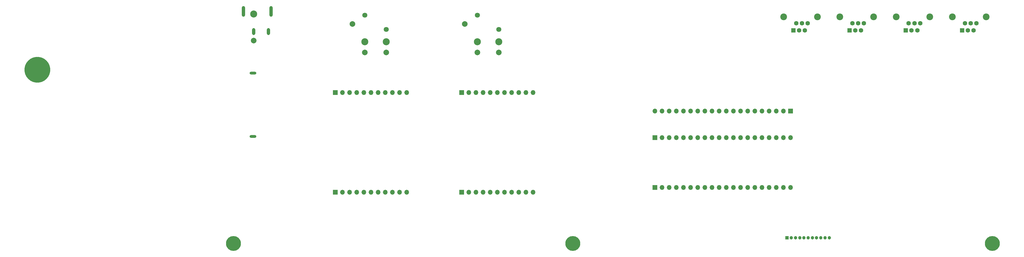
<source format=gbr>
%TF.GenerationSoftware,KiCad,Pcbnew,(5.1.10)-1*%
%TF.CreationDate,2022-05-27T13:17:46-06:00*%
%TF.ProjectId,Lift_02,4c696674-5f30-4322-9e6b-696361645f70,rev?*%
%TF.SameCoordinates,Original*%
%TF.FileFunction,Soldermask,Bot*%
%TF.FilePolarity,Negative*%
%FSLAX46Y46*%
G04 Gerber Fmt 4.6, Leading zero omitted, Abs format (unit mm)*
G04 Created by KiCad (PCBNEW (5.1.10)-1) date 2022-05-27 13:17:46*
%MOMM*%
%LPD*%
G01*
G04 APERTURE LIST*
%ADD10R,1.200000X1.200000*%
%ADD11C,1.200000*%
%ADD12O,1.700000X1.700000*%
%ADD13R,1.700000X1.700000*%
%ADD14C,5.300000*%
%ADD15C,9.200000*%
%ADD16C,1.800000*%
%ADD17C,2.000000*%
%ADD18C,2.500000*%
%ADD19C,2.400000*%
%ADD20C,1.600000*%
%ADD21R,1.600000X1.600000*%
%ADD22O,2.400000X1.000000*%
%ADD23O,1.200000X3.800000*%
%ADD24O,1.200000X2.500000*%
G04 APERTURE END LIST*
D10*
%TO.C,J7*%
X297000000Y-83000000D03*
D11*
X298500000Y-83000000D03*
X300000000Y-83000000D03*
X301500000Y-83000000D03*
X303000000Y-83000000D03*
X304500000Y-83000000D03*
X306000000Y-83000000D03*
X307500000Y-83000000D03*
X309000000Y-83000000D03*
X310500000Y-83000000D03*
X312000000Y-83000000D03*
%TD*%
D12*
%TO.C,J14*%
X206650000Y-31190000D03*
X204110000Y-31190000D03*
X201570000Y-31190000D03*
X199030000Y-31190000D03*
X196490000Y-31190000D03*
X193950000Y-31190000D03*
X191410000Y-31190000D03*
X188870000Y-31190000D03*
X186330000Y-31190000D03*
X183790000Y-31190000D03*
D13*
X181250000Y-31190000D03*
%TD*%
D12*
%TO.C,J13*%
X206650000Y-66750000D03*
X204110000Y-66750000D03*
X201570000Y-66750000D03*
X199030000Y-66750000D03*
X196490000Y-66750000D03*
X193950000Y-66750000D03*
X191410000Y-66750000D03*
X188870000Y-66750000D03*
X186330000Y-66750000D03*
X183790000Y-66750000D03*
D13*
X181250000Y-66750000D03*
%TD*%
D12*
%TO.C,J10*%
X161650000Y-31190000D03*
X159110000Y-31190000D03*
X156570000Y-31190000D03*
X154030000Y-31190000D03*
X151490000Y-31190000D03*
X148950000Y-31190000D03*
X146410000Y-31190000D03*
X143870000Y-31190000D03*
X141330000Y-31190000D03*
X138790000Y-31190000D03*
D13*
X136250000Y-31190000D03*
%TD*%
D12*
%TO.C,J8*%
X161650000Y-66750000D03*
X159110000Y-66750000D03*
X156570000Y-66750000D03*
X154030000Y-66750000D03*
X151490000Y-66750000D03*
X148950000Y-66750000D03*
X146410000Y-66750000D03*
X143870000Y-66750000D03*
X141330000Y-66750000D03*
X138790000Y-66750000D03*
D13*
X136250000Y-66750000D03*
%TD*%
D14*
%TO.C,MH4*%
X100000000Y-85000000D03*
%TD*%
%TO.C,MH3*%
X220750000Y-85000000D03*
%TD*%
%TO.C,MH2*%
X370000000Y-85000000D03*
%TD*%
D15*
%TO.C,MH1*%
X30250000Y-23000000D03*
%TD*%
D16*
%TO.C,PS2*%
X194430000Y-8625000D03*
X186810000Y-3545000D03*
D17*
X182370000Y-6715000D03*
X194430000Y-16885000D03*
D18*
X194430000Y-13070000D03*
X186810000Y-13070000D03*
D17*
X186810000Y-16885000D03*
%TD*%
D16*
%TO.C,PS1*%
X154430000Y-8625000D03*
X146810000Y-3545000D03*
D17*
X142370000Y-6715000D03*
X154430000Y-16885000D03*
D18*
X154430000Y-13070000D03*
X146810000Y-13070000D03*
D17*
X146810000Y-16885000D03*
%TD*%
D12*
%TO.C,J12*%
X249990000Y-37750000D03*
X252530000Y-37750000D03*
X255070000Y-37750000D03*
X257610000Y-37750000D03*
X260150000Y-37750000D03*
X262690000Y-37750000D03*
X265230000Y-37750000D03*
X267770000Y-37750000D03*
X270310000Y-37750000D03*
X272850000Y-37750000D03*
X275390000Y-37750000D03*
X277930000Y-37750000D03*
X280470000Y-37750000D03*
X283010000Y-37750000D03*
X285550000Y-37750000D03*
X288090000Y-37750000D03*
X290630000Y-37750000D03*
X293170000Y-37750000D03*
X295710000Y-37750000D03*
D13*
X298250000Y-37750000D03*
%TD*%
D19*
%TO.C,J6*%
X367800000Y-4130000D03*
X355800000Y-4130000D03*
D20*
X362310000Y-6430000D03*
X361290000Y-8970000D03*
X360270000Y-6430000D03*
D21*
X359250000Y-8970000D03*
D20*
X364350000Y-6430000D03*
X363330000Y-8970000D03*
%TD*%
D19*
%TO.C,J5*%
X347800000Y-4130000D03*
X335800000Y-4130000D03*
D20*
X342310000Y-6430000D03*
X341290000Y-8970000D03*
X340270000Y-6430000D03*
D21*
X339250000Y-8970000D03*
D20*
X344350000Y-6430000D03*
X343330000Y-8970000D03*
%TD*%
D12*
%TO.C,J4*%
X298260000Y-47220000D03*
X295720000Y-47220000D03*
X293180000Y-47220000D03*
X290640000Y-47220000D03*
X288100000Y-47220000D03*
X285560000Y-47220000D03*
X283020000Y-47220000D03*
X280480000Y-47220000D03*
X277940000Y-47220000D03*
X275400000Y-47220000D03*
X272860000Y-47220000D03*
X270320000Y-47220000D03*
X267780000Y-47220000D03*
X265240000Y-47220000D03*
X262700000Y-47220000D03*
X260160000Y-47220000D03*
X257620000Y-47220000D03*
X255080000Y-47220000D03*
X252540000Y-47220000D03*
D13*
X250000000Y-47220000D03*
%TD*%
D12*
%TO.C,J3*%
X298260000Y-65000000D03*
X295720000Y-65000000D03*
X293180000Y-65000000D03*
X290640000Y-65000000D03*
X288100000Y-65000000D03*
X285560000Y-65000000D03*
X283020000Y-65000000D03*
X280480000Y-65000000D03*
X277940000Y-65000000D03*
X275400000Y-65000000D03*
X272860000Y-65000000D03*
X270320000Y-65000000D03*
X267780000Y-65000000D03*
X265240000Y-65000000D03*
X262700000Y-65000000D03*
X260160000Y-65000000D03*
X257620000Y-65000000D03*
X255080000Y-65000000D03*
X252540000Y-65000000D03*
D13*
X250000000Y-65000000D03*
%TD*%
D19*
%TO.C,J2*%
X327800000Y-4130000D03*
X315800000Y-4130000D03*
D20*
X322310000Y-6430000D03*
X321290000Y-8970000D03*
X320270000Y-6430000D03*
D21*
X319250000Y-8970000D03*
D20*
X324350000Y-6430000D03*
X323330000Y-8970000D03*
%TD*%
D19*
%TO.C,J1*%
X307800000Y-4130000D03*
X295800000Y-4130000D03*
D20*
X302310000Y-6430000D03*
X301290000Y-8970000D03*
X300270000Y-6430000D03*
D21*
X299250000Y-8970000D03*
D20*
X304350000Y-6430000D03*
X303330000Y-8970000D03*
%TD*%
D22*
%TO.C,F1*%
X107000000Y-24187000D03*
X107000000Y-46813000D03*
%TD*%
D18*
%TO.C,DC1*%
X107270000Y-3125000D03*
D23*
X113400000Y-2175000D03*
X103550000Y-2175000D03*
D17*
X107270000Y-12625000D03*
D24*
X112470000Y-9375000D03*
X107270000Y-9375000D03*
%TD*%
M02*

</source>
